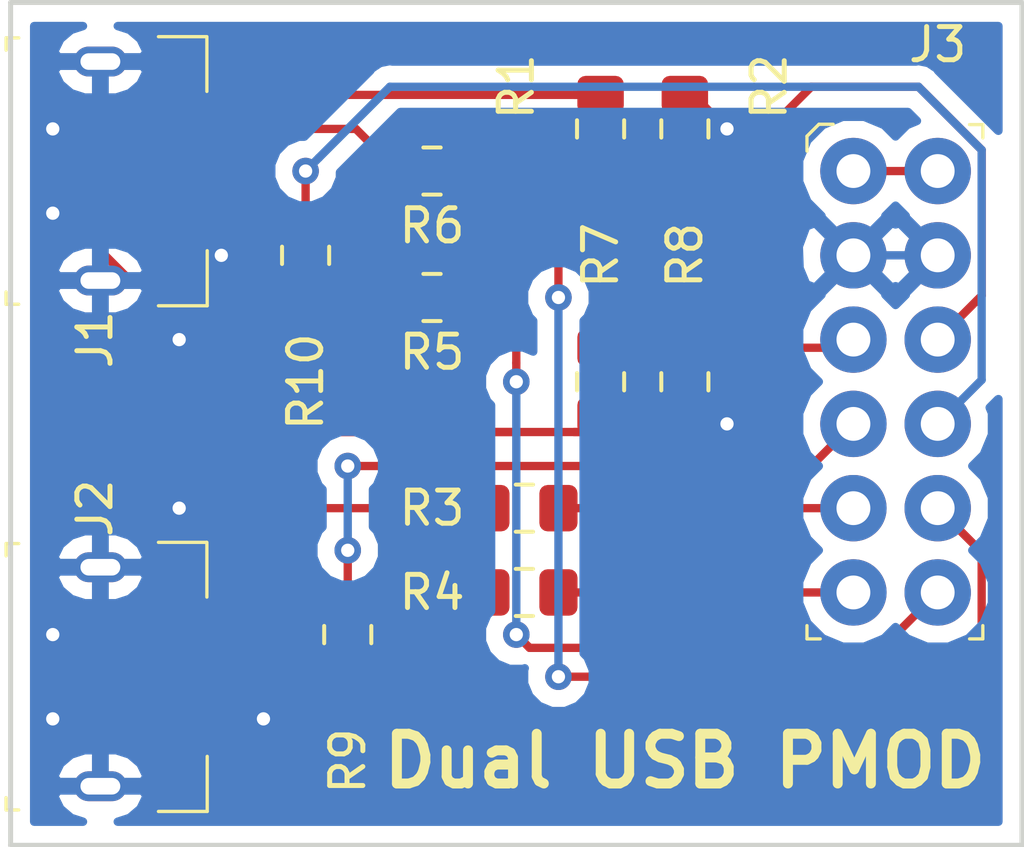
<source format=kicad_pcb>
(kicad_pcb (version 20171130) (host pcbnew 5.0.2-bee76a0~70~ubuntu18.04.1)

  (general
    (thickness 1.6)
    (drawings 5)
    (tracks 146)
    (zones 0)
    (modules 13)
    (nets 19)
  )

  (page A4)
  (layers
    (0 F.Cu signal)
    (31 B.Cu mixed)
    (32 B.Adhes user)
    (33 F.Adhes user)
    (34 B.Paste user)
    (35 F.Paste user)
    (36 B.SilkS user)
    (37 F.SilkS user)
    (38 B.Mask user)
    (39 F.Mask user)
    (44 Edge.Cuts user)
    (45 Margin user)
    (46 B.CrtYd user)
    (47 F.CrtYd user)
    (48 B.Fab user hide)
    (49 F.Fab user hide)
  )

  (setup
    (last_trace_width 0.25)
    (trace_clearance 0.2)
    (zone_clearance 0.508)
    (zone_45_only no)
    (trace_min 0.2)
    (segment_width 0.2)
    (edge_width 0.15)
    (via_size 0.8)
    (via_drill 0.4)
    (via_min_size 0.4)
    (via_min_drill 0.3)
    (uvia_size 0.3)
    (uvia_drill 0.1)
    (uvias_allowed no)
    (uvia_min_size 0.2)
    (uvia_min_drill 0.1)
    (pcb_text_width 0.3)
    (pcb_text_size 1.5 1.5)
    (mod_edge_width 0.15)
    (mod_text_size 1 1)
    (mod_text_width 0.15)
    (pad_size 1.524 1.524)
    (pad_drill 0.762)
    (pad_to_mask_clearance 0.051)
    (solder_mask_min_width 0.25)
    (aux_axis_origin 0 0)
    (visible_elements FFFFFF7F)
    (pcbplotparams
      (layerselection 0x010f0_ffffffff)
      (usegerberextensions false)
      (usegerberattributes false)
      (usegerberadvancedattributes false)
      (creategerberjobfile false)
      (excludeedgelayer true)
      (linewidth 0.100000)
      (plotframeref false)
      (viasonmask false)
      (mode 1)
      (useauxorigin false)
      (hpglpennumber 1)
      (hpglpenspeed 20)
      (hpglpendiameter 15.000000)
      (psnegative false)
      (psa4output false)
      (plotreference true)
      (plotvalue true)
      (plotinvisibletext false)
      (padsonsilk false)
      (subtractmaskfromsilk false)
      (outputformat 1)
      (mirror false)
      (drillshape 0)
      (scaleselection 1)
      (outputdirectory ""))
  )

  (net 0 "")
  (net 1 /VBUS2)
  (net 2 /SENSE2)
  (net 3 GND)
  (net 4 /DN1)
  (net 5 /DN1_R)
  (net 6 /DP1_R)
  (net 7 /DP1)
  (net 8 /DP2)
  (net 9 /DP2_R)
  (net 10 /DN2_R)
  (net 11 /DN2)
  (net 12 /VBUS)
  (net 13 /SENSE1)
  (net 14 /PULLUP1)
  (net 15 /PULLUP2)
  (net 16 "Net-(J1-Pad4)")
  (net 17 "Net-(J2-Pad4)")
  (net 18 +3V3)

  (net_class Default "This is the default net class."
    (clearance 0.2)
    (trace_width 0.25)
    (via_dia 0.8)
    (via_drill 0.4)
    (uvia_dia 0.3)
    (uvia_drill 0.1)
    (add_net +3V3)
    (add_net /DN1)
    (add_net /DN1_R)
    (add_net /DN2)
    (add_net /DN2_R)
    (add_net /DP1)
    (add_net /DP1_R)
    (add_net /DP2)
    (add_net /DP2_R)
    (add_net /PULLUP1)
    (add_net /PULLUP2)
    (add_net /SENSE1)
    (add_net /SENSE2)
    (add_net /VBUS)
    (add_net /VBUS2)
    (add_net GND)
    (add_net "Net-(J1-Pad4)")
    (add_net "Net-(J2-Pad4)")
  )

  (module digikey-footprints:USB_Micro_B_Female_10118193-0001LF (layer F.Cu) (tedit 5BD21A05) (tstamp 5C92B422)
    (at 81.44489 67.31 270)
    (descr http://portal.fciconnect.com/Comergent//fci/drawing/10118193.pdf)
    (path /5C8252B6)
    (fp_text reference J2 (at -5.08 0.16489 270) (layer F.SilkS)
      (effects (font (size 1 1) (thickness 0.15)))
    )
    (fp_text value 10118193-0001LF (at 0 4.5 270) (layer F.Fab)
      (effects (font (size 1 1) (thickness 0.15)))
    )
    (fp_line (start -4.25 -3.75) (end -4.25 3) (layer F.CrtYd) (width 0.05))
    (fp_line (start -4.25 3) (end 4.25 3) (layer F.CrtYd) (width 0.05))
    (fp_line (start -4.25 -3.75) (end 4.25 -3.75) (layer F.CrtYd) (width 0.05))
    (fp_line (start 4.25 -3.75) (end 4.25 3) (layer F.CrtYd) (width 0.05))
    (fp_line (start -3.93 2.75) (end -3.93 -2.34) (layer F.Fab) (width 0.1))
    (fp_line (start 3.93 -2.9) (end -3.37 -2.9) (layer F.Fab) (width 0.1))
    (fp_line (start -3.93 -2.34) (end -3.37 -2.9) (layer F.Fab) (width 0.1))
    (fp_text user %R (at 0.06 1.86 270) (layer F.Fab)
      (effects (font (size 1 1) (thickness 0.15)))
    )
    (fp_line (start -3.93 2.75) (end 3.93 2.75) (layer F.Fab) (width 0.1))
    (fp_line (start 3.93 2.75) (end 3.93 -2.9) (layer F.Fab) (width 0.1))
    (fp_line (start -4.05 -3.2) (end -4.05 -1.75) (layer F.SilkS) (width 0.1))
    (fp_line (start -4.05 -3.21) (end -2.4 -3.21) (layer F.SilkS) (width 0.1))
    (fp_line (start 4.06 -3.22) (end 2.4 -3.22) (layer F.SilkS) (width 0.1))
    (fp_line (start 4.06 -3.22) (end 4.06 -1.75) (layer F.SilkS) (width 0.1))
    (fp_line (start -4.013324 2.46) (end -4.013324 2.84) (layer F.SilkS) (width 0.1))
    (fp_line (start -4.013324 2.84) (end -3.643324 2.84) (layer F.SilkS) (width 0.1))
    (fp_line (start 4.014908 2.841848) (end 3.644908 2.841848) (layer F.SilkS) (width 0.1))
    (fp_line (start 4.014908 2.461848) (end 4.014908 2.841848) (layer F.SilkS) (width 0.1))
    (pad 3 smd rect (at 0 -2.675 270) (size 0.4 1.35) (layers F.Cu F.Paste F.Mask)
      (net 7 /DP1))
    (pad 4 smd rect (at 0.65 -2.675 270) (size 0.4 1.35) (layers F.Cu F.Paste F.Mask)
      (net 17 "Net-(J2-Pad4)"))
    (pad 5 smd rect (at 1.3 -2.675 270) (size 0.4 1.35) (layers F.Cu F.Paste F.Mask)
      (net 3 GND))
    (pad 2 smd rect (at -0.65 -2.675 270) (size 0.4 1.35) (layers F.Cu F.Paste F.Mask)
      (net 4 /DN1))
    (pad 1 smd rect (at -1.3 -2.675 270) (size 0.4 1.35) (layers F.Cu F.Paste F.Mask)
      (net 12 /VBUS))
    (pad SH thru_hole oval (at 3.3 0 270) (size 0.9 1.6) (drill oval 0.5 1.2) (layers *.Cu *.Mask)
      (net 3 GND))
    (pad SH thru_hole oval (at -3.3 0 270) (size 0.9 1.6) (drill oval 0.5 1.2) (layers *.Cu *.Mask)
      (net 3 GND))
    (pad SH smd rect (at -3.2 -2.45 270) (size 1.6 1.4) (layers F.Cu F.Paste F.Mask)
      (net 3 GND))
    (pad SH smd rect (at 3.2 -2.45 270) (size 1.6 1.4) (layers F.Cu F.Paste F.Mask)
      (net 3 GND))
    (pad SH smd rect (at -1.2 0 270) (size 1.9 1.9) (layers F.Cu F.Paste F.Mask)
      (net 3 GND))
    (pad SH smd rect (at 1.2 0 270) (size 1.9 1.9) (layers F.Cu F.Paste F.Mask)
      (net 3 GND))
  )

  (module Resistor_SMD:R_0805_2012Metric_Pad1.15x1.40mm_HandSolder (layer F.Cu) (tedit 5B36C52B) (tstamp 5C92AED6)
    (at 96.52 50.8 270)
    (descr "Resistor SMD 0805 (2012 Metric), square (rectangular) end terminal, IPC_7351 nominal with elongated pad for handsoldering. (Body size source: https://docs.google.com/spreadsheets/d/1BsfQQcO9C6DZCsRaXUlFlo91Tg2WpOkGARC1WS5S8t0/edit?usp=sharing), generated with kicad-footprint-generator")
    (tags "resistor handsolder")
    (path /5C84B0B0)
    (attr smd)
    (fp_text reference R1 (at -1.27 2.54 270) (layer F.SilkS)
      (effects (font (size 1 1) (thickness 0.15)))
    )
    (fp_text value 5k1 (at 0 1.65 270) (layer F.Fab)
      (effects (font (size 1 1) (thickness 0.15)))
    )
    (fp_line (start -1 0.6) (end -1 -0.6) (layer F.Fab) (width 0.1))
    (fp_line (start -1 -0.6) (end 1 -0.6) (layer F.Fab) (width 0.1))
    (fp_line (start 1 -0.6) (end 1 0.6) (layer F.Fab) (width 0.1))
    (fp_line (start 1 0.6) (end -1 0.6) (layer F.Fab) (width 0.1))
    (fp_line (start -0.261252 -0.71) (end 0.261252 -0.71) (layer F.SilkS) (width 0.12))
    (fp_line (start -0.261252 0.71) (end 0.261252 0.71) (layer F.SilkS) (width 0.12))
    (fp_line (start -1.85 0.95) (end -1.85 -0.95) (layer F.CrtYd) (width 0.05))
    (fp_line (start -1.85 -0.95) (end 1.85 -0.95) (layer F.CrtYd) (width 0.05))
    (fp_line (start 1.85 -0.95) (end 1.85 0.95) (layer F.CrtYd) (width 0.05))
    (fp_line (start 1.85 0.95) (end -1.85 0.95) (layer F.CrtYd) (width 0.05))
    (fp_text user %R (at 0 0 270) (layer F.Fab)
      (effects (font (size 0.5 0.5) (thickness 0.08)))
    )
    (pad 1 smd roundrect (at -1.025 0 270) (size 1.15 1.4) (layers F.Cu F.Paste F.Mask) (roundrect_rratio 0.217391)
      (net 1 /VBUS2))
    (pad 2 smd roundrect (at 1.025 0 270) (size 1.15 1.4) (layers F.Cu F.Paste F.Mask) (roundrect_rratio 0.217391)
      (net 2 /SENSE2))
    (model ${KISYS3DMOD}/Resistor_SMD.3dshapes/R_0805_2012Metric.wrl
      (at (xyz 0 0 0))
      (scale (xyz 1 1 1))
      (rotate (xyz 0 0 0))
    )
  )

  (module Resistor_SMD:R_0805_2012Metric_Pad1.15x1.40mm_HandSolder (layer F.Cu) (tedit 5B36C52B) (tstamp 5C92AEE7)
    (at 99.06 50.8 90)
    (descr "Resistor SMD 0805 (2012 Metric), square (rectangular) end terminal, IPC_7351 nominal with elongated pad for handsoldering. (Body size source: https://docs.google.com/spreadsheets/d/1BsfQQcO9C6DZCsRaXUlFlo91Tg2WpOkGARC1WS5S8t0/edit?usp=sharing), generated with kicad-footprint-generator")
    (tags "resistor handsolder")
    (path /5C84B0B7)
    (attr smd)
    (fp_text reference R2 (at 1.27 2.54 90) (layer F.SilkS)
      (effects (font (size 1 1) (thickness 0.15)))
    )
    (fp_text value 5k1 (at 0 1.65 90) (layer F.Fab)
      (effects (font (size 1 1) (thickness 0.15)))
    )
    (fp_text user %R (at 0 0 90) (layer F.Fab)
      (effects (font (size 0.5 0.5) (thickness 0.08)))
    )
    (fp_line (start 1.85 0.95) (end -1.85 0.95) (layer F.CrtYd) (width 0.05))
    (fp_line (start 1.85 -0.95) (end 1.85 0.95) (layer F.CrtYd) (width 0.05))
    (fp_line (start -1.85 -0.95) (end 1.85 -0.95) (layer F.CrtYd) (width 0.05))
    (fp_line (start -1.85 0.95) (end -1.85 -0.95) (layer F.CrtYd) (width 0.05))
    (fp_line (start -0.261252 0.71) (end 0.261252 0.71) (layer F.SilkS) (width 0.12))
    (fp_line (start -0.261252 -0.71) (end 0.261252 -0.71) (layer F.SilkS) (width 0.12))
    (fp_line (start 1 0.6) (end -1 0.6) (layer F.Fab) (width 0.1))
    (fp_line (start 1 -0.6) (end 1 0.6) (layer F.Fab) (width 0.1))
    (fp_line (start -1 -0.6) (end 1 -0.6) (layer F.Fab) (width 0.1))
    (fp_line (start -1 0.6) (end -1 -0.6) (layer F.Fab) (width 0.1))
    (pad 2 smd roundrect (at 1.025 0 90) (size 1.15 1.4) (layers F.Cu F.Paste F.Mask) (roundrect_rratio 0.217391)
      (net 3 GND))
    (pad 1 smd roundrect (at -1.025 0 90) (size 1.15 1.4) (layers F.Cu F.Paste F.Mask) (roundrect_rratio 0.217391)
      (net 2 /SENSE2))
    (model ${KISYS3DMOD}/Resistor_SMD.3dshapes/R_0805_2012Metric.wrl
      (at (xyz 0 0 0))
      (scale (xyz 1 1 1))
      (rotate (xyz 0 0 0))
    )
  )

  (module Resistor_SMD:R_0805_2012Metric_Pad1.15x1.40mm_HandSolder (layer F.Cu) (tedit 5B36C52B) (tstamp 5C92AEF8)
    (at 94.225 62.23 180)
    (descr "Resistor SMD 0805 (2012 Metric), square (rectangular) end terminal, IPC_7351 nominal with elongated pad for handsoldering. (Body size source: https://docs.google.com/spreadsheets/d/1BsfQQcO9C6DZCsRaXUlFlo91Tg2WpOkGARC1WS5S8t0/edit?usp=sharing), generated with kicad-footprint-generator")
    (tags "resistor handsolder")
    (path /5C7E6727)
    (attr smd)
    (fp_text reference R3 (at 2.785 0 180) (layer F.SilkS)
      (effects (font (size 1 1) (thickness 0.15)))
    )
    (fp_text value 22R (at 0 1.65 180) (layer F.Fab)
      (effects (font (size 1 1) (thickness 0.15)))
    )
    (fp_text user %R (at 0 0 180) (layer F.Fab)
      (effects (font (size 0.5 0.5) (thickness 0.08)))
    )
    (fp_line (start 1.85 0.95) (end -1.85 0.95) (layer F.CrtYd) (width 0.05))
    (fp_line (start 1.85 -0.95) (end 1.85 0.95) (layer F.CrtYd) (width 0.05))
    (fp_line (start -1.85 -0.95) (end 1.85 -0.95) (layer F.CrtYd) (width 0.05))
    (fp_line (start -1.85 0.95) (end -1.85 -0.95) (layer F.CrtYd) (width 0.05))
    (fp_line (start -0.261252 0.71) (end 0.261252 0.71) (layer F.SilkS) (width 0.12))
    (fp_line (start -0.261252 -0.71) (end 0.261252 -0.71) (layer F.SilkS) (width 0.12))
    (fp_line (start 1 0.6) (end -1 0.6) (layer F.Fab) (width 0.1))
    (fp_line (start 1 -0.6) (end 1 0.6) (layer F.Fab) (width 0.1))
    (fp_line (start -1 -0.6) (end 1 -0.6) (layer F.Fab) (width 0.1))
    (fp_line (start -1 0.6) (end -1 -0.6) (layer F.Fab) (width 0.1))
    (pad 2 smd roundrect (at 1.025 0 180) (size 1.15 1.4) (layers F.Cu F.Paste F.Mask) (roundrect_rratio 0.217391)
      (net 4 /DN1))
    (pad 1 smd roundrect (at -1.025 0 180) (size 1.15 1.4) (layers F.Cu F.Paste F.Mask) (roundrect_rratio 0.217391)
      (net 5 /DN1_R))
    (model ${KISYS3DMOD}/Resistor_SMD.3dshapes/R_0805_2012Metric.wrl
      (at (xyz 0 0 0))
      (scale (xyz 1 1 1))
      (rotate (xyz 0 0 0))
    )
  )

  (module Resistor_SMD:R_0805_2012Metric_Pad1.15x1.40mm_HandSolder (layer F.Cu) (tedit 5B36C52B) (tstamp 5C92AF09)
    (at 94.225 64.77 180)
    (descr "Resistor SMD 0805 (2012 Metric), square (rectangular) end terminal, IPC_7351 nominal with elongated pad for handsoldering. (Body size source: https://docs.google.com/spreadsheets/d/1BsfQQcO9C6DZCsRaXUlFlo91Tg2WpOkGARC1WS5S8t0/edit?usp=sharing), generated with kicad-footprint-generator")
    (tags "resistor handsolder")
    (path /5C7E65B5)
    (attr smd)
    (fp_text reference R4 (at 2.785 0 180) (layer F.SilkS)
      (effects (font (size 1 1) (thickness 0.15)))
    )
    (fp_text value 22R (at 0 1.65 180) (layer F.Fab)
      (effects (font (size 1 1) (thickness 0.15)))
    )
    (fp_line (start -1 0.6) (end -1 -0.6) (layer F.Fab) (width 0.1))
    (fp_line (start -1 -0.6) (end 1 -0.6) (layer F.Fab) (width 0.1))
    (fp_line (start 1 -0.6) (end 1 0.6) (layer F.Fab) (width 0.1))
    (fp_line (start 1 0.6) (end -1 0.6) (layer F.Fab) (width 0.1))
    (fp_line (start -0.261252 -0.71) (end 0.261252 -0.71) (layer F.SilkS) (width 0.12))
    (fp_line (start -0.261252 0.71) (end 0.261252 0.71) (layer F.SilkS) (width 0.12))
    (fp_line (start -1.85 0.95) (end -1.85 -0.95) (layer F.CrtYd) (width 0.05))
    (fp_line (start -1.85 -0.95) (end 1.85 -0.95) (layer F.CrtYd) (width 0.05))
    (fp_line (start 1.85 -0.95) (end 1.85 0.95) (layer F.CrtYd) (width 0.05))
    (fp_line (start 1.85 0.95) (end -1.85 0.95) (layer F.CrtYd) (width 0.05))
    (fp_text user %R (at 0 0 180) (layer F.Fab)
      (effects (font (size 0.5 0.5) (thickness 0.08)))
    )
    (pad 1 smd roundrect (at -1.025 0 180) (size 1.15 1.4) (layers F.Cu F.Paste F.Mask) (roundrect_rratio 0.217391)
      (net 6 /DP1_R))
    (pad 2 smd roundrect (at 1.025 0 180) (size 1.15 1.4) (layers F.Cu F.Paste F.Mask) (roundrect_rratio 0.217391)
      (net 7 /DP1))
    (model ${KISYS3DMOD}/Resistor_SMD.3dshapes/R_0805_2012Metric.wrl
      (at (xyz 0 0 0))
      (scale (xyz 1 1 1))
      (rotate (xyz 0 0 0))
    )
  )

  (module Resistor_SMD:R_0805_2012Metric_Pad1.15x1.40mm_HandSolder (layer F.Cu) (tedit 5B36C52B) (tstamp 5C92AF1A)
    (at 91.44 55.88 180)
    (descr "Resistor SMD 0805 (2012 Metric), square (rectangular) end terminal, IPC_7351 nominal with elongated pad for handsoldering. (Body size source: https://docs.google.com/spreadsheets/d/1BsfQQcO9C6DZCsRaXUlFlo91Tg2WpOkGARC1WS5S8t0/edit?usp=sharing), generated with kicad-footprint-generator")
    (tags "resistor handsolder")
    (path /5C7E7B21)
    (attr smd)
    (fp_text reference R5 (at 0 -1.65 180) (layer F.SilkS)
      (effects (font (size 1 1) (thickness 0.15)))
    )
    (fp_text value 22R (at 0 1.65 180) (layer F.Fab)
      (effects (font (size 1 1) (thickness 0.15)))
    )
    (fp_text user %R (at 0 0 180) (layer F.Fab)
      (effects (font (size 0.5 0.5) (thickness 0.08)))
    )
    (fp_line (start 1.85 0.95) (end -1.85 0.95) (layer F.CrtYd) (width 0.05))
    (fp_line (start 1.85 -0.95) (end 1.85 0.95) (layer F.CrtYd) (width 0.05))
    (fp_line (start -1.85 -0.95) (end 1.85 -0.95) (layer F.CrtYd) (width 0.05))
    (fp_line (start -1.85 0.95) (end -1.85 -0.95) (layer F.CrtYd) (width 0.05))
    (fp_line (start -0.261252 0.71) (end 0.261252 0.71) (layer F.SilkS) (width 0.12))
    (fp_line (start -0.261252 -0.71) (end 0.261252 -0.71) (layer F.SilkS) (width 0.12))
    (fp_line (start 1 0.6) (end -1 0.6) (layer F.Fab) (width 0.1))
    (fp_line (start 1 -0.6) (end 1 0.6) (layer F.Fab) (width 0.1))
    (fp_line (start -1 -0.6) (end 1 -0.6) (layer F.Fab) (width 0.1))
    (fp_line (start -1 0.6) (end -1 -0.6) (layer F.Fab) (width 0.1))
    (pad 2 smd roundrect (at 1.025 0 180) (size 1.15 1.4) (layers F.Cu F.Paste F.Mask) (roundrect_rratio 0.217391)
      (net 8 /DP2))
    (pad 1 smd roundrect (at -1.025 0 180) (size 1.15 1.4) (layers F.Cu F.Paste F.Mask) (roundrect_rratio 0.217391)
      (net 9 /DP2_R))
    (model ${KISYS3DMOD}/Resistor_SMD.3dshapes/R_0805_2012Metric.wrl
      (at (xyz 0 0 0))
      (scale (xyz 1 1 1))
      (rotate (xyz 0 0 0))
    )
  )

  (module Resistor_SMD:R_0805_2012Metric_Pad1.15x1.40mm_HandSolder (layer F.Cu) (tedit 5B36C52B) (tstamp 5C92AF2B)
    (at 91.44 52.07 180)
    (descr "Resistor SMD 0805 (2012 Metric), square (rectangular) end terminal, IPC_7351 nominal with elongated pad for handsoldering. (Body size source: https://docs.google.com/spreadsheets/d/1BsfQQcO9C6DZCsRaXUlFlo91Tg2WpOkGARC1WS5S8t0/edit?usp=sharing), generated with kicad-footprint-generator")
    (tags "resistor handsolder")
    (path /5C7E7B28)
    (attr smd)
    (fp_text reference R6 (at 0 -1.65 180) (layer F.SilkS)
      (effects (font (size 1 1) (thickness 0.15)))
    )
    (fp_text value 22R (at 0 1.65 180) (layer F.Fab)
      (effects (font (size 1 1) (thickness 0.15)))
    )
    (fp_line (start -1 0.6) (end -1 -0.6) (layer F.Fab) (width 0.1))
    (fp_line (start -1 -0.6) (end 1 -0.6) (layer F.Fab) (width 0.1))
    (fp_line (start 1 -0.6) (end 1 0.6) (layer F.Fab) (width 0.1))
    (fp_line (start 1 0.6) (end -1 0.6) (layer F.Fab) (width 0.1))
    (fp_line (start -0.261252 -0.71) (end 0.261252 -0.71) (layer F.SilkS) (width 0.12))
    (fp_line (start -0.261252 0.71) (end 0.261252 0.71) (layer F.SilkS) (width 0.12))
    (fp_line (start -1.85 0.95) (end -1.85 -0.95) (layer F.CrtYd) (width 0.05))
    (fp_line (start -1.85 -0.95) (end 1.85 -0.95) (layer F.CrtYd) (width 0.05))
    (fp_line (start 1.85 -0.95) (end 1.85 0.95) (layer F.CrtYd) (width 0.05))
    (fp_line (start 1.85 0.95) (end -1.85 0.95) (layer F.CrtYd) (width 0.05))
    (fp_text user %R (at 0 0 180) (layer F.Fab)
      (effects (font (size 0.5 0.5) (thickness 0.08)))
    )
    (pad 1 smd roundrect (at -1.025 0 180) (size 1.15 1.4) (layers F.Cu F.Paste F.Mask) (roundrect_rratio 0.217391)
      (net 10 /DN2_R))
    (pad 2 smd roundrect (at 1.025 0 180) (size 1.15 1.4) (layers F.Cu F.Paste F.Mask) (roundrect_rratio 0.217391)
      (net 11 /DN2))
    (model ${KISYS3DMOD}/Resistor_SMD.3dshapes/R_0805_2012Metric.wrl
      (at (xyz 0 0 0))
      (scale (xyz 1 1 1))
      (rotate (xyz 0 0 0))
    )
  )

  (module Resistor_SMD:R_0805_2012Metric_Pad1.15x1.40mm_HandSolder (layer F.Cu) (tedit 5B36C52B) (tstamp 5C92AF3C)
    (at 96.52 58.42 90)
    (descr "Resistor SMD 0805 (2012 Metric), square (rectangular) end terminal, IPC_7351 nominal with elongated pad for handsoldering. (Body size source: https://docs.google.com/spreadsheets/d/1BsfQQcO9C6DZCsRaXUlFlo91Tg2WpOkGARC1WS5S8t0/edit?usp=sharing), generated with kicad-footprint-generator")
    (tags "resistor handsolder")
    (path /5C7F09F9)
    (attr smd)
    (fp_text reference R7 (at 3.81 0 90) (layer F.SilkS)
      (effects (font (size 1 1) (thickness 0.15)))
    )
    (fp_text value 5k1 (at 0 1.65 90) (layer F.Fab)
      (effects (font (size 1 1) (thickness 0.15)))
    )
    (fp_line (start -1 0.6) (end -1 -0.6) (layer F.Fab) (width 0.1))
    (fp_line (start -1 -0.6) (end 1 -0.6) (layer F.Fab) (width 0.1))
    (fp_line (start 1 -0.6) (end 1 0.6) (layer F.Fab) (width 0.1))
    (fp_line (start 1 0.6) (end -1 0.6) (layer F.Fab) (width 0.1))
    (fp_line (start -0.261252 -0.71) (end 0.261252 -0.71) (layer F.SilkS) (width 0.12))
    (fp_line (start -0.261252 0.71) (end 0.261252 0.71) (layer F.SilkS) (width 0.12))
    (fp_line (start -1.85 0.95) (end -1.85 -0.95) (layer F.CrtYd) (width 0.05))
    (fp_line (start -1.85 -0.95) (end 1.85 -0.95) (layer F.CrtYd) (width 0.05))
    (fp_line (start 1.85 -0.95) (end 1.85 0.95) (layer F.CrtYd) (width 0.05))
    (fp_line (start 1.85 0.95) (end -1.85 0.95) (layer F.CrtYd) (width 0.05))
    (fp_text user %R (at 0 0 90) (layer F.Fab)
      (effects (font (size 0.5 0.5) (thickness 0.08)))
    )
    (pad 1 smd roundrect (at -1.025 0 90) (size 1.15 1.4) (layers F.Cu F.Paste F.Mask) (roundrect_rratio 0.217391)
      (net 12 /VBUS))
    (pad 2 smd roundrect (at 1.025 0 90) (size 1.15 1.4) (layers F.Cu F.Paste F.Mask) (roundrect_rratio 0.217391)
      (net 13 /SENSE1))
    (model ${KISYS3DMOD}/Resistor_SMD.3dshapes/R_0805_2012Metric.wrl
      (at (xyz 0 0 0))
      (scale (xyz 1 1 1))
      (rotate (xyz 0 0 0))
    )
  )

  (module Resistor_SMD:R_0805_2012Metric_Pad1.15x1.40mm_HandSolder (layer F.Cu) (tedit 5B36C52B) (tstamp 5C92AF4D)
    (at 99.06 58.42 270)
    (descr "Resistor SMD 0805 (2012 Metric), square (rectangular) end terminal, IPC_7351 nominal with elongated pad for handsoldering. (Body size source: https://docs.google.com/spreadsheets/d/1BsfQQcO9C6DZCsRaXUlFlo91Tg2WpOkGARC1WS5S8t0/edit?usp=sharing), generated with kicad-footprint-generator")
    (tags "resistor handsolder")
    (path /5C7F0A6A)
    (attr smd)
    (fp_text reference R8 (at -3.81 0 270) (layer F.SilkS)
      (effects (font (size 1 1) (thickness 0.15)))
    )
    (fp_text value 5k1 (at 0 1.65 270) (layer F.Fab)
      (effects (font (size 1 1) (thickness 0.15)))
    )
    (fp_text user %R (at 0 0 270) (layer F.Fab)
      (effects (font (size 0.5 0.5) (thickness 0.08)))
    )
    (fp_line (start 1.85 0.95) (end -1.85 0.95) (layer F.CrtYd) (width 0.05))
    (fp_line (start 1.85 -0.95) (end 1.85 0.95) (layer F.CrtYd) (width 0.05))
    (fp_line (start -1.85 -0.95) (end 1.85 -0.95) (layer F.CrtYd) (width 0.05))
    (fp_line (start -1.85 0.95) (end -1.85 -0.95) (layer F.CrtYd) (width 0.05))
    (fp_line (start -0.261252 0.71) (end 0.261252 0.71) (layer F.SilkS) (width 0.12))
    (fp_line (start -0.261252 -0.71) (end 0.261252 -0.71) (layer F.SilkS) (width 0.12))
    (fp_line (start 1 0.6) (end -1 0.6) (layer F.Fab) (width 0.1))
    (fp_line (start 1 -0.6) (end 1 0.6) (layer F.Fab) (width 0.1))
    (fp_line (start -1 -0.6) (end 1 -0.6) (layer F.Fab) (width 0.1))
    (fp_line (start -1 0.6) (end -1 -0.6) (layer F.Fab) (width 0.1))
    (pad 2 smd roundrect (at 1.025 0 270) (size 1.15 1.4) (layers F.Cu F.Paste F.Mask) (roundrect_rratio 0.217391)
      (net 3 GND))
    (pad 1 smd roundrect (at -1.025 0 270) (size 1.15 1.4) (layers F.Cu F.Paste F.Mask) (roundrect_rratio 0.217391)
      (net 13 /SENSE1))
    (model ${KISYS3DMOD}/Resistor_SMD.3dshapes/R_0805_2012Metric.wrl
      (at (xyz 0 0 0))
      (scale (xyz 1 1 1))
      (rotate (xyz 0 0 0))
    )
  )

  (module Resistor_SMD:R_0805_2012Metric_Pad1.15x1.40mm_HandSolder (layer F.Cu) (tedit 5B36C52B) (tstamp 5C92AF5E)
    (at 88.9 66.04 270)
    (descr "Resistor SMD 0805 (2012 Metric), square (rectangular) end terminal, IPC_7351 nominal with elongated pad for handsoldering. (Body size source: https://docs.google.com/spreadsheets/d/1BsfQQcO9C6DZCsRaXUlFlo91Tg2WpOkGARC1WS5S8t0/edit?usp=sharing), generated with kicad-footprint-generator")
    (tags "resistor handsolder")
    (path /5C7E74B9)
    (attr smd)
    (fp_text reference R9 (at 3.81 0 270) (layer F.SilkS)
      (effects (font (size 1 1) (thickness 0.15)))
    )
    (fp_text value 1k5 (at 0 1.65 270) (layer F.Fab)
      (effects (font (size 1 1) (thickness 0.15)))
    )
    (fp_line (start -1 0.6) (end -1 -0.6) (layer F.Fab) (width 0.1))
    (fp_line (start -1 -0.6) (end 1 -0.6) (layer F.Fab) (width 0.1))
    (fp_line (start 1 -0.6) (end 1 0.6) (layer F.Fab) (width 0.1))
    (fp_line (start 1 0.6) (end -1 0.6) (layer F.Fab) (width 0.1))
    (fp_line (start -0.261252 -0.71) (end 0.261252 -0.71) (layer F.SilkS) (width 0.12))
    (fp_line (start -0.261252 0.71) (end 0.261252 0.71) (layer F.SilkS) (width 0.12))
    (fp_line (start -1.85 0.95) (end -1.85 -0.95) (layer F.CrtYd) (width 0.05))
    (fp_line (start -1.85 -0.95) (end 1.85 -0.95) (layer F.CrtYd) (width 0.05))
    (fp_line (start 1.85 -0.95) (end 1.85 0.95) (layer F.CrtYd) (width 0.05))
    (fp_line (start 1.85 0.95) (end -1.85 0.95) (layer F.CrtYd) (width 0.05))
    (fp_text user %R (at 0 0 270) (layer F.Fab)
      (effects (font (size 0.5 0.5) (thickness 0.08)))
    )
    (pad 1 smd roundrect (at -1.025 0 270) (size 1.15 1.4) (layers F.Cu F.Paste F.Mask) (roundrect_rratio 0.217391)
      (net 14 /PULLUP1))
    (pad 2 smd roundrect (at 1.025 0 270) (size 1.15 1.4) (layers F.Cu F.Paste F.Mask) (roundrect_rratio 0.217391)
      (net 7 /DP1))
    (model ${KISYS3DMOD}/Resistor_SMD.3dshapes/R_0805_2012Metric.wrl
      (at (xyz 0 0 0))
      (scale (xyz 1 1 1))
      (rotate (xyz 0 0 0))
    )
  )

  (module Resistor_SMD:R_0805_2012Metric_Pad1.15x1.40mm_HandSolder (layer F.Cu) (tedit 5B36C52B) (tstamp 5C92AF6F)
    (at 87.63 54.61 270)
    (descr "Resistor SMD 0805 (2012 Metric), square (rectangular) end terminal, IPC_7351 nominal with elongated pad for handsoldering. (Body size source: https://docs.google.com/spreadsheets/d/1BsfQQcO9C6DZCsRaXUlFlo91Tg2WpOkGARC1WS5S8t0/edit?usp=sharing), generated with kicad-footprint-generator")
    (tags "resistor handsolder")
    (path /5C7E88E5)
    (attr smd)
    (fp_text reference R10 (at 3.81 0 270) (layer F.SilkS)
      (effects (font (size 1 1) (thickness 0.15)))
    )
    (fp_text value 1k5 (at 0 1.65 270) (layer F.Fab)
      (effects (font (size 1 1) (thickness 0.15)))
    )
    (fp_text user %R (at 0 0 270) (layer F.Fab)
      (effects (font (size 0.5 0.5) (thickness 0.08)))
    )
    (fp_line (start 1.85 0.95) (end -1.85 0.95) (layer F.CrtYd) (width 0.05))
    (fp_line (start 1.85 -0.95) (end 1.85 0.95) (layer F.CrtYd) (width 0.05))
    (fp_line (start -1.85 -0.95) (end 1.85 -0.95) (layer F.CrtYd) (width 0.05))
    (fp_line (start -1.85 0.95) (end -1.85 -0.95) (layer F.CrtYd) (width 0.05))
    (fp_line (start -0.261252 0.71) (end 0.261252 0.71) (layer F.SilkS) (width 0.12))
    (fp_line (start -0.261252 -0.71) (end 0.261252 -0.71) (layer F.SilkS) (width 0.12))
    (fp_line (start 1 0.6) (end -1 0.6) (layer F.Fab) (width 0.1))
    (fp_line (start 1 -0.6) (end 1 0.6) (layer F.Fab) (width 0.1))
    (fp_line (start -1 -0.6) (end 1 -0.6) (layer F.Fab) (width 0.1))
    (fp_line (start -1 0.6) (end -1 -0.6) (layer F.Fab) (width 0.1))
    (pad 2 smd roundrect (at 1.025 0 270) (size 1.15 1.4) (layers F.Cu F.Paste F.Mask) (roundrect_rratio 0.217391)
      (net 8 /DP2))
    (pad 1 smd roundrect (at -1.025 0 270) (size 1.15 1.4) (layers F.Cu F.Paste F.Mask) (roundrect_rratio 0.217391)
      (net 15 /PULLUP2))
    (model ${KISYS3DMOD}/Resistor_SMD.3dshapes/R_0805_2012Metric.wrl
      (at (xyz 0 0 0))
      (scale (xyz 1 1 1))
      (rotate (xyz 0 0 0))
    )
  )

  (module digikey-footprints:USB_Micro_B_Female_10118193-0001LF (layer F.Cu) (tedit 5BD21A05) (tstamp 5C92B401)
    (at 81.44489 52.07 270)
    (descr http://portal.fciconnect.com/Comergent//fci/drawing/10118193.pdf)
    (path /5C830207)
    (fp_text reference J1 (at 5.08 0.16489 270) (layer F.SilkS)
      (effects (font (size 1 1) (thickness 0.15)))
    )
    (fp_text value 10118193-0001LF (at 0 4.5 270) (layer F.Fab)
      (effects (font (size 1 1) (thickness 0.15)))
    )
    (fp_line (start 4.014908 2.461848) (end 4.014908 2.841848) (layer F.SilkS) (width 0.1))
    (fp_line (start 4.014908 2.841848) (end 3.644908 2.841848) (layer F.SilkS) (width 0.1))
    (fp_line (start -4.013324 2.84) (end -3.643324 2.84) (layer F.SilkS) (width 0.1))
    (fp_line (start -4.013324 2.46) (end -4.013324 2.84) (layer F.SilkS) (width 0.1))
    (fp_line (start 4.06 -3.22) (end 4.06 -1.75) (layer F.SilkS) (width 0.1))
    (fp_line (start 4.06 -3.22) (end 2.4 -3.22) (layer F.SilkS) (width 0.1))
    (fp_line (start -4.05 -3.21) (end -2.4 -3.21) (layer F.SilkS) (width 0.1))
    (fp_line (start -4.05 -3.2) (end -4.05 -1.75) (layer F.SilkS) (width 0.1))
    (fp_line (start 3.93 2.75) (end 3.93 -2.9) (layer F.Fab) (width 0.1))
    (fp_line (start -3.93 2.75) (end 3.93 2.75) (layer F.Fab) (width 0.1))
    (fp_text user %R (at 0.06 1.86 270) (layer F.Fab)
      (effects (font (size 1 1) (thickness 0.15)))
    )
    (fp_line (start -3.93 -2.34) (end -3.37 -2.9) (layer F.Fab) (width 0.1))
    (fp_line (start 3.93 -2.9) (end -3.37 -2.9) (layer F.Fab) (width 0.1))
    (fp_line (start -3.93 2.75) (end -3.93 -2.34) (layer F.Fab) (width 0.1))
    (fp_line (start 4.25 -3.75) (end 4.25 3) (layer F.CrtYd) (width 0.05))
    (fp_line (start -4.25 -3.75) (end 4.25 -3.75) (layer F.CrtYd) (width 0.05))
    (fp_line (start -4.25 3) (end 4.25 3) (layer F.CrtYd) (width 0.05))
    (fp_line (start -4.25 -3.75) (end -4.25 3) (layer F.CrtYd) (width 0.05))
    (pad SH smd rect (at 1.2 0 270) (size 1.9 1.9) (layers F.Cu F.Paste F.Mask)
      (net 3 GND))
    (pad SH smd rect (at -1.2 0 270) (size 1.9 1.9) (layers F.Cu F.Paste F.Mask)
      (net 3 GND))
    (pad SH smd rect (at 3.2 -2.45 270) (size 1.6 1.4) (layers F.Cu F.Paste F.Mask)
      (net 3 GND))
    (pad SH smd rect (at -3.2 -2.45 270) (size 1.6 1.4) (layers F.Cu F.Paste F.Mask)
      (net 3 GND))
    (pad SH thru_hole oval (at -3.3 0 270) (size 0.9 1.6) (drill oval 0.5 1.2) (layers *.Cu *.Mask)
      (net 3 GND))
    (pad SH thru_hole oval (at 3.3 0 270) (size 0.9 1.6) (drill oval 0.5 1.2) (layers *.Cu *.Mask)
      (net 3 GND))
    (pad 1 smd rect (at -1.3 -2.675 270) (size 0.4 1.35) (layers F.Cu F.Paste F.Mask)
      (net 1 /VBUS2))
    (pad 2 smd rect (at -0.65 -2.675 270) (size 0.4 1.35) (layers F.Cu F.Paste F.Mask)
      (net 11 /DN2))
    (pad 5 smd rect (at 1.3 -2.675 270) (size 0.4 1.35) (layers F.Cu F.Paste F.Mask)
      (net 3 GND))
    (pad 4 smd rect (at 0.65 -2.675 270) (size 0.4 1.35) (layers F.Cu F.Paste F.Mask)
      (net 16 "Net-(J1-Pad4)"))
    (pad 3 smd rect (at 0 -2.675 270) (size 0.4 1.35) (layers F.Cu F.Paste F.Mask)
      (net 8 /DP2))
  )

  (module digikey-footprints:PinHeader_6x2_P2.54mm_Horizontal (layer F.Cu) (tedit 5B18017E) (tstamp 5C92B444)
    (at 104.14 52.07)
    (descr http://portal.fciconnect.com/Comergent//fci/drawing/68020.pdf)
    (path /5C7E600E)
    (fp_text reference J3 (at 2.54 -3.81) (layer F.SilkS)
      (effects (font (size 1 1) (thickness 0.15)))
    )
    (fp_text value 68021-412HLF (at 1.6 15.8) (layer F.Fab)
      (effects (font (size 1 1) (thickness 0.15)))
    )
    (fp_line (start -1.4 -1.05) (end -1.04 -1.41) (layer F.SilkS) (width 0.1))
    (fp_line (start -1.27 -1) (end -1 -1.27) (layer F.Fab) (width 0.1))
    (fp_line (start -1.52 -1.52) (end 4.06 -1.52) (layer F.CrtYd) (width 0.05))
    (fp_line (start -1.52 14.22) (end 4.06 14.22) (layer F.CrtYd) (width 0.05))
    (fp_line (start -1.52 14.22) (end -1.52 -1.52) (layer F.CrtYd) (width 0.05))
    (fp_line (start 4.06 14.22) (end 4.06 -1.52) (layer F.CrtYd) (width 0.05))
    (fp_line (start 3.9 14.1) (end 3.9 13.7) (layer F.SilkS) (width 0.1))
    (fp_line (start 3.9 14.1) (end 3.5 14.1) (layer F.SilkS) (width 0.1))
    (fp_line (start -1.4 14.1) (end -1 14.1) (layer F.SilkS) (width 0.1))
    (fp_line (start -1.4 14.1) (end -1.4 13.7) (layer F.SilkS) (width 0.1))
    (fp_line (start -1.4 -1.05) (end -1.4 -0.6) (layer F.SilkS) (width 0.1))
    (fp_line (start -1.04 -1.41) (end -0.61 -1.41) (layer F.SilkS) (width 0.1))
    (fp_line (start 3.9 -1.4) (end 3.9 -1) (layer F.SilkS) (width 0.1))
    (fp_line (start 3.9 -1.4) (end 3.5 -1.4) (layer F.SilkS) (width 0.1))
    (fp_line (start 3.81 -1.27) (end 3.81 13.97) (layer F.Fab) (width 0.1))
    (fp_line (start -1.27 -1) (end -1.27 13.97) (layer F.Fab) (width 0.1))
    (fp_line (start -1.27 13.97) (end 3.81 13.97) (layer F.Fab) (width 0.1))
    (fp_line (start -1 -1.27) (end 3.81 -1.27) (layer F.Fab) (width 0.1))
    (pad 1 thru_hole circle (at 0 0) (size 2 2) (drill 1.02) (layers *.Cu *.Mask)
      (net 18 +3V3))
    (pad 3 thru_hole circle (at 0 2.54) (size 2 2) (drill 1.02) (layers *.Cu *.Mask)
      (net 3 GND))
    (pad 5 thru_hole circle (at 0 5.08) (size 2 2) (drill 1.02) (layers *.Cu *.Mask)
      (net 13 /SENSE1))
    (pad 7 thru_hole circle (at 0 7.62) (size 2 2) (drill 1.02) (layers *.Cu *.Mask)
      (net 14 /PULLUP1))
    (pad 9 thru_hole circle (at 0 10.16) (size 2 2) (drill 1.02) (layers *.Cu *.Mask)
      (net 5 /DN1_R))
    (pad 11 thru_hole circle (at 0 12.7) (size 2 2) (drill 1.02) (layers *.Cu *.Mask)
      (net 6 /DP1_R))
    (pad 12 thru_hole circle (at 2.54 12.7) (size 2 2) (drill 1.02) (layers *.Cu *.Mask)
      (net 9 /DP2_R))
    (pad 10 thru_hole circle (at 2.54 10.16) (size 2 2) (drill 1.02) (layers *.Cu *.Mask)
      (net 10 /DN2_R))
    (pad 8 thru_hole circle (at 2.54 7.62) (size 2 2) (drill 1.02) (layers *.Cu *.Mask)
      (net 15 /PULLUP2))
    (pad 6 thru_hole circle (at 2.54 5.08) (size 2 2) (drill 1.02) (layers *.Cu *.Mask)
      (net 2 /SENSE2))
    (pad 4 thru_hole circle (at 2.54 2.54) (size 2 2) (drill 1.02) (layers *.Cu *.Mask)
      (net 3 GND))
    (pad 2 thru_hole circle (at 2.54 0) (size 2 2) (drill 1.02) (layers *.Cu *.Mask)
      (net 18 +3V3))
  )

  (gr_text "Dual USB PMOD" (at 99.06 69.85) (layer F.SilkS)
    (effects (font (size 1.5 1.5) (thickness 0.3)))
  )
  (gr_line (start 78.74 72.39) (end 78.74 46.99) (layer Edge.Cuts) (width 0.15))
  (gr_line (start 109.22 72.39) (end 78.74 72.39) (layer Edge.Cuts) (width 0.15))
  (gr_line (start 109.22 46.99) (end 109.22 72.39) (layer Edge.Cuts) (width 0.15))
  (gr_line (start 78.74 46.99) (end 109.22 46.99) (layer Edge.Cuts) (width 0.15))

  (segment (start 95.72 49.775) (end 96.52 49.775) (width 0.25) (layer F.Cu) (net 1))
  (segment (start 84.59489 50.77) (end 85.58989 49.775) (width 0.25) (layer F.Cu) (net 1))
  (segment (start 85.58989 49.775) (end 96.99 49.775) (width 0.25) (layer F.Cu) (net 1))
  (segment (start 84.11989 50.77) (end 84.59489 50.77) (width 0.25) (layer F.Cu) (net 1))
  (segment (start 96.52 51.825) (end 99.06 51.825) (width 0.25) (layer F.Cu) (net 2))
  (segment (start 100.575 51.825) (end 99.06 51.825) (width 0.25) (layer F.Cu) (net 2))
  (segment (start 106.101002 49.53) (end 102.87 49.53) (width 0.25) (layer F.Cu) (net 2))
  (segment (start 108.005001 51.433999) (end 106.101002 49.53) (width 0.25) (layer F.Cu) (net 2))
  (segment (start 106.68 57.15) (end 108.005001 55.824999) (width 0.25) (layer F.Cu) (net 2))
  (segment (start 102.87 49.53) (end 100.575 51.825) (width 0.25) (layer F.Cu) (net 2))
  (segment (start 108.005001 55.824999) (end 108.005001 51.433999) (width 0.25) (layer F.Cu) (net 2))
  (segment (start 104.14 54.61) (end 106.68 54.61) (width 0.25) (layer B.Cu) (net 3))
  (segment (start 99.06 59.445) (end 99.604999 59.445) (width 0.25) (layer F.Cu) (net 3))
  (via (at 100.33 50.8) (size 0.8) (drill 0.4) (layers F.Cu B.Cu) (net 3))
  (segment (start 99.06 49.775) (end 99.305 49.775) (width 0.25) (layer F.Cu) (net 3))
  (segment (start 99.305 49.775) (end 100.33 50.8) (width 0.25) (layer F.Cu) (net 3))
  (via (at 100.33 59.69) (size 0.8) (drill 0.4) (layers F.Cu B.Cu) (net 3))
  (segment (start 99.06 59.445) (end 100.085 59.445) (width 0.25) (layer F.Cu) (net 3))
  (segment (start 100.085 59.445) (end 100.33 59.69) (width 0.25) (layer F.Cu) (net 3))
  (segment (start 81.54489 48.87) (end 81.44489 48.77) (width 0.25) (layer F.Cu) (net 3))
  (segment (start 83.89489 48.87) (end 81.54489 48.87) (width 0.25) (layer F.Cu) (net 3))
  (segment (start 81.99489 50.87) (end 81.44489 50.87) (width 0.25) (layer F.Cu) (net 3))
  (segment (start 83.89489 48.97) (end 81.99489 50.87) (width 0.25) (layer F.Cu) (net 3))
  (segment (start 83.89489 48.87) (end 83.89489 48.97) (width 0.25) (layer F.Cu) (net 3))
  (segment (start 81.44489 50.87) (end 81.44489 53.27) (width 0.25) (layer F.Cu) (net 3))
  (segment (start 82.94489 55.27) (end 83.89489 55.27) (width 0.25) (layer F.Cu) (net 3))
  (segment (start 82.24489 55.27) (end 82.94489 55.27) (width 0.25) (layer F.Cu) (net 3))
  (segment (start 81.44489 54.47) (end 82.24489 55.27) (width 0.25) (layer F.Cu) (net 3))
  (segment (start 81.44489 53.27) (end 81.44489 54.47) (width 0.25) (layer F.Cu) (net 3))
  (segment (start 81.44489 53.27) (end 81.44489 55.37) (width 0.25) (layer F.Cu) (net 3))
  (segment (start 81.54489 55.27) (end 81.44489 55.37) (width 0.25) (layer F.Cu) (net 3))
  (segment (start 83.89489 55.27) (end 81.54489 55.27) (width 0.25) (layer F.Cu) (net 3))
  (segment (start 81.44489 48.77) (end 81.44489 50.87) (width 0.25) (layer F.Cu) (net 3))
  (via (at 80.01 50.8) (size 0.8) (drill 0.4) (layers F.Cu B.Cu) (net 3))
  (segment (start 81.44489 50.87) (end 80.08 50.87) (width 0.25) (layer F.Cu) (net 3))
  (segment (start 80.08 50.87) (end 80.01 50.8) (width 0.25) (layer F.Cu) (net 3))
  (via (at 80.01 53.34) (size 0.8) (drill 0.4) (layers F.Cu B.Cu) (net 3))
  (segment (start 81.44489 53.27) (end 80.08 53.27) (width 0.25) (layer F.Cu) (net 3))
  (segment (start 80.08 53.27) (end 80.01 53.34) (width 0.25) (layer F.Cu) (net 3))
  (via (at 83.82 57.15) (size 0.8) (drill 0.4) (layers F.Cu B.Cu) (net 3))
  (segment (start 83.89489 55.27) (end 83.89489 57.07511) (width 0.25) (layer F.Cu) (net 3))
  (segment (start 83.89489 57.07511) (end 83.82 57.15) (width 0.25) (layer F.Cu) (net 3))
  (via (at 83.82 62.23) (size 0.8) (drill 0.4) (layers F.Cu B.Cu) (net 3))
  (segment (start 83.89489 64.11) (end 83.89489 62.30489) (width 0.25) (layer F.Cu) (net 3))
  (segment (start 83.89489 62.30489) (end 83.82 62.23) (width 0.25) (layer F.Cu) (net 3))
  (segment (start 81.99489 68.51) (end 81.44489 68.51) (width 0.25) (layer F.Cu) (net 3))
  (segment (start 83.89489 70.41) (end 81.99489 68.51) (width 0.25) (layer F.Cu) (net 3))
  (segment (start 83.89489 70.51) (end 83.89489 70.41) (width 0.25) (layer F.Cu) (net 3))
  (segment (start 81.54489 70.51) (end 81.44489 70.61) (width 0.25) (layer F.Cu) (net 3))
  (segment (start 83.89489 70.51) (end 81.54489 70.51) (width 0.25) (layer F.Cu) (net 3))
  (segment (start 81.44489 68.51) (end 81.44489 70.61) (width 0.25) (layer F.Cu) (net 3))
  (segment (start 81.44489 68.51) (end 81.44489 66.11) (width 0.25) (layer F.Cu) (net 3))
  (segment (start 81.44489 66.11) (end 81.44489 64.01) (width 0.25) (layer F.Cu) (net 3))
  (segment (start 81.54489 64.11) (end 81.44489 64.01) (width 0.25) (layer F.Cu) (net 3))
  (segment (start 83.89489 64.11) (end 81.54489 64.11) (width 0.25) (layer F.Cu) (net 3))
  (segment (start 81.99489 66.11) (end 81.44489 66.11) (width 0.25) (layer F.Cu) (net 3))
  (segment (start 83.89489 64.21) (end 81.99489 66.11) (width 0.25) (layer F.Cu) (net 3))
  (segment (start 83.89489 64.11) (end 83.89489 64.21) (width 0.25) (layer F.Cu) (net 3))
  (via (at 80.01 66.04) (size 0.8) (drill 0.4) (layers F.Cu B.Cu) (net 3))
  (segment (start 81.44489 66.11) (end 80.08 66.11) (width 0.25) (layer F.Cu) (net 3))
  (segment (start 80.08 66.11) (end 80.01 66.04) (width 0.25) (layer F.Cu) (net 3))
  (via (at 80.01 68.58) (size 0.8) (drill 0.4) (layers F.Cu B.Cu) (net 3))
  (segment (start 81.44489 68.51) (end 80.08 68.51) (width 0.25) (layer F.Cu) (net 3))
  (segment (start 80.08 68.51) (end 80.01 68.58) (width 0.25) (layer F.Cu) (net 3))
  (segment (start 84.11989 55.045) (end 83.89489 55.27) (width 0.25) (layer F.Cu) (net 3))
  (segment (start 84.11989 53.37) (end 84.11989 55.045) (width 0.25) (layer F.Cu) (net 3))
  (segment (start 84.11989 70.285) (end 83.89489 70.51) (width 0.25) (layer F.Cu) (net 3))
  (segment (start 84.11989 68.61) (end 84.11989 70.285) (width 0.25) (layer F.Cu) (net 3))
  (segment (start 81.54489 68.61) (end 81.44489 68.51) (width 0.25) (layer F.Cu) (net 3))
  (segment (start 84.11989 68.61) (end 81.54489 68.61) (width 0.25) (layer F.Cu) (net 3))
  (via (at 86.36 68.58) (size 0.8) (drill 0.4) (layers F.Cu B.Cu) (net 3))
  (segment (start 84.11989 68.61) (end 86.33 68.61) (width 0.25) (layer F.Cu) (net 3))
  (segment (start 86.33 68.61) (end 86.36 68.58) (width 0.25) (layer F.Cu) (net 3))
  (via (at 85.09 54.61) (size 0.8) (drill 0.4) (layers F.Cu B.Cu) (net 3))
  (segment (start 84.11989 53.37) (end 84.11989 53.63989) (width 0.25) (layer F.Cu) (net 3))
  (segment (start 84.11989 53.63989) (end 85.09 54.61) (width 0.25) (layer F.Cu) (net 3))
  (segment (start 90.17 62.23) (end 93.2 62.23) (width 0.25) (layer F.Cu) (net 4))
  (segment (start 90.17 62.23) (end 90.66 62.23) (width 0.25) (layer F.Cu) (net 4))
  (segment (start 89.985 62.23) (end 90.17 62.23) (width 0.25) (layer F.Cu) (net 4))
  (segment (start 85.04489 66.66) (end 86.36 65.34489) (width 0.25) (layer F.Cu) (net 4))
  (segment (start 84.11989 66.66) (end 85.04489 66.66) (width 0.25) (layer F.Cu) (net 4))
  (segment (start 86.36 65.34489) (end 86.36 63.5) (width 0.25) (layer F.Cu) (net 4))
  (segment (start 86.36 63.5) (end 87.63 62.23) (width 0.25) (layer F.Cu) (net 4))
  (segment (start 87.63 62.23) (end 90.17 62.23) (width 0.25) (layer F.Cu) (net 4))
  (segment (start 104.14 62.23) (end 95.25 62.23) (width 0.25) (layer F.Cu) (net 5))
  (segment (start 104.14 64.77) (end 95.25 64.77) (width 0.25) (layer F.Cu) (net 6))
  (segment (start 88.655 67.31) (end 88.9 67.065) (width 0.25) (layer F.Cu) (net 7))
  (segment (start 84.11989 67.31) (end 88.655 67.31) (width 0.25) (layer F.Cu) (net 7))
  (segment (start 90.905 67.065) (end 93.2 64.77) (width 0.25) (layer F.Cu) (net 7))
  (segment (start 88.9 67.065) (end 90.905 67.065) (width 0.25) (layer F.Cu) (net 7))
  (segment (start 84.11989 52.07) (end 86.36 52.07) (width 0.25) (layer F.Cu) (net 8))
  (segment (start 86.36 54.365) (end 87.63 55.635) (width 0.25) (layer F.Cu) (net 8))
  (segment (start 86.36 52.07) (end 86.36 54.365) (width 0.25) (layer F.Cu) (net 8))
  (segment (start 90.17 55.635) (end 90.415 55.88) (width 0.25) (layer F.Cu) (net 8))
  (segment (start 87.63 55.635) (end 90.17 55.635) (width 0.25) (layer F.Cu) (net 8))
  (segment (start 93.98 57.854353) (end 93.98 58.420038) (width 0.25) (layer F.Cu) (net 9))
  (via (at 93.98 58.420038) (size 0.8) (drill 0.4) (layers F.Cu B.Cu) (net 9))
  (via (at 93.98 66.04001) (size 0.8) (drill 0.4) (layers F.Cu B.Cu) (net 9))
  (segment (start 93.98 58.420038) (end 93.98 66.04001) (width 0.25) (layer B.Cu) (net 9))
  (segment (start 105.009991 66.440009) (end 94.379999 66.440009) (width 0.25) (layer F.Cu) (net 9))
  (segment (start 94.379999 66.440009) (end 93.98 66.04001) (width 0.25) (layer F.Cu) (net 9))
  (segment (start 106.68 64.77) (end 105.009991 66.440009) (width 0.25) (layer F.Cu) (net 9))
  (segment (start 93.98 57.395) (end 93.98 57.854353) (width 0.25) (layer F.Cu) (net 9))
  (segment (start 92.465 55.88) (end 93.98 57.395) (width 0.25) (layer F.Cu) (net 9))
  (segment (start 107.49999 67.76001) (end 96.97001 67.76001) (width 0.25) (layer F.Cu) (net 10))
  (segment (start 108.005001 67.254999) (end 107.49999 67.76001) (width 0.25) (layer F.Cu) (net 10))
  (segment (start 106.68 62.23) (end 108.005001 63.555001) (width 0.25) (layer F.Cu) (net 10))
  (segment (start 108.005001 63.555001) (end 108.005001 67.254999) (width 0.25) (layer F.Cu) (net 10))
  (via (at 95.25 67.31) (size 0.8) (drill 0.4) (layers F.Cu B.Cu) (net 10))
  (via (at 95.25 55.88) (size 0.8) (drill 0.4) (layers F.Cu B.Cu) (net 10))
  (segment (start 95.25 67.31) (end 95.25 55.88) (width 0.25) (layer B.Cu) (net 10))
  (segment (start 95.25 54.855) (end 95.25 55.88) (width 0.25) (layer F.Cu) (net 10))
  (segment (start 92.465 52.07) (end 95.25 54.855) (width 0.25) (layer F.Cu) (net 10))
  (segment (start 96.52 67.31) (end 96.97001 67.76001) (width 0.25) (layer F.Cu) (net 10))
  (segment (start 95.25 67.31) (end 96.52 67.31) (width 0.25) (layer F.Cu) (net 10))
  (segment (start 90.415 52.07) (end 89.145 50.8) (width 0.25) (layer F.Cu) (net 11))
  (segment (start 85.71 50.8) (end 85.09 51.42) (width 0.25) (layer F.Cu) (net 11))
  (segment (start 89.145 50.8) (end 85.71 50.8) (width 0.25) (layer F.Cu) (net 11))
  (segment (start 84.11989 51.42) (end 85.09 51.42) (width 0.25) (layer F.Cu) (net 11))
  (segment (start 95.72 59.935) (end 96.52 59.935) (width 0.25) (layer F.Cu) (net 12))
  (segment (start 86.115 59.935) (end 93.98 59.935) (width 0.25) (layer F.Cu) (net 12))
  (segment (start 93.98 59.935) (end 96.99 59.935) (width 0.25) (layer F.Cu) (net 12))
  (segment (start 85.09 65.51489) (end 85.09 60.96) (width 0.25) (layer F.Cu) (net 12))
  (segment (start 88.12989 59.935) (end 93.98 59.935) (width 0.25) (layer F.Cu) (net 12))
  (segment (start 84.11989 66.01) (end 84.59489 66.01) (width 0.25) (layer F.Cu) (net 12))
  (segment (start 84.59489 66.01) (end 85.09 65.51489) (width 0.25) (layer F.Cu) (net 12))
  (segment (start 85.09 60.96) (end 86.115 59.935) (width 0.25) (layer F.Cu) (net 12))
  (segment (start 96.52 57.395) (end 99.06 57.395) (width 0.25) (layer F.Cu) (net 13))
  (segment (start 99.305 57.15) (end 99.06 57.395) (width 0.25) (layer F.Cu) (net 13))
  (segment (start 103.895 57.395) (end 104.14 57.15) (width 0.25) (layer F.Cu) (net 13))
  (segment (start 99.06 57.395) (end 103.895 57.395) (width 0.25) (layer F.Cu) (net 13))
  (via (at 88.9 60.96) (size 0.8) (drill 0.4) (layers F.Cu B.Cu) (net 14))
  (segment (start 104.14 59.69) (end 102.87 60.96) (width 0.25) (layer F.Cu) (net 14))
  (segment (start 102.87 60.96) (end 88.9 60.96) (width 0.25) (layer F.Cu) (net 14))
  (segment (start 88.9 60.96) (end 88.9 63.5) (width 0.25) (layer B.Cu) (net 14))
  (via (at 88.9 63.5) (size 0.8) (drill 0.4) (layers F.Cu B.Cu) (net 14))
  (segment (start 88.9 65.015) (end 88.9 63.5) (width 0.25) (layer F.Cu) (net 14))
  (via (at 87.63 52.07) (size 0.8) (drill 0.4) (layers F.Cu B.Cu) (net 15))
  (segment (start 87.63 53.585) (end 87.63 52.07) (width 0.25) (layer F.Cu) (net 15))
  (segment (start 88.029999 51.670001) (end 87.63 52.07) (width 0.25) (layer B.Cu) (net 15))
  (segment (start 90.17 49.53) (end 88.029999 51.670001) (width 0.25) (layer B.Cu) (net 15))
  (segment (start 106.101002 49.53) (end 90.17 49.53) (width 0.25) (layer B.Cu) (net 15))
  (segment (start 108.005001 51.433999) (end 106.101002 49.53) (width 0.25) (layer B.Cu) (net 15))
  (segment (start 106.68 59.69) (end 108.005001 58.364999) (width 0.25) (layer B.Cu) (net 15))
  (segment (start 108.005001 58.364999) (end 108.005001 51.433999) (width 0.25) (layer B.Cu) (net 15))
  (segment (start 104.14 52.07) (end 106.68 52.07) (width 0.25) (layer F.Cu) (net 18))

  (zone (net 3) (net_name GND) (layer B.Cu) (tstamp 5C92D230) (hatch edge 0.508)
    (connect_pads (clearance 0.508))
    (min_thickness 0.254)
    (fill yes (arc_segments 16) (thermal_gap 0.508) (thermal_bridge_width 0.508))
    (polygon
      (pts
        (xy 78.74 46.99) (xy 109.22 46.99) (xy 109.22 72.39) (xy 78.74 72.39)
      )
    )
    (filled_polygon
      (pts
        (xy 80.562346 47.816192) (xy 80.237877 48.092592) (xy 80.050482 48.475999) (xy 80.177388 48.643) (xy 81.31789 48.643)
        (xy 81.31789 48.623) (xy 81.57189 48.623) (xy 81.57189 48.643) (xy 82.712392 48.643) (xy 82.839298 48.475999)
        (xy 82.651903 48.092592) (xy 82.327434 47.816192) (xy 81.968258 47.7) (xy 108.51 47.7) (xy 108.51 50.857385)
        (xy 108.489474 50.84367) (xy 106.691333 49.04553) (xy 106.648931 48.982071) (xy 106.397539 48.814096) (xy 106.175854 48.77)
        (xy 106.175849 48.77) (xy 106.101002 48.755112) (xy 106.026155 48.77) (xy 90.244846 48.77) (xy 90.169999 48.755112)
        (xy 90.095152 48.77) (xy 90.095148 48.77) (xy 89.873463 48.814096) (xy 89.873461 48.814097) (xy 89.873462 48.814097)
        (xy 89.685526 48.939671) (xy 89.685524 48.939673) (xy 89.622071 48.982071) (xy 89.579673 49.045524) (xy 87.590199 51.035)
        (xy 87.424126 51.035) (xy 87.04372 51.192569) (xy 86.752569 51.48372) (xy 86.595 51.864126) (xy 86.595 52.275874)
        (xy 86.752569 52.65628) (xy 87.04372 52.947431) (xy 87.424126 53.105) (xy 87.835874 53.105) (xy 88.21628 52.947431)
        (xy 88.507431 52.65628) (xy 88.665 52.275874) (xy 88.665 52.109801) (xy 90.484803 50.29) (xy 105.786201 50.29)
        (xy 106.055264 50.559063) (xy 105.753847 50.683914) (xy 105.41 51.027761) (xy 105.066153 50.683914) (xy 104.465222 50.435)
        (xy 103.814778 50.435) (xy 103.213847 50.683914) (xy 102.753914 51.143847) (xy 102.505 51.744778) (xy 102.505 52.395222)
        (xy 102.753914 52.996153) (xy 103.180072 53.422311) (xy 103.167073 53.457468) (xy 104.14 54.430395) (xy 105.112927 53.457468)
        (xy 105.099928 53.422311) (xy 105.41 53.112239) (xy 105.720072 53.422311) (xy 105.707073 53.457468) (xy 106.68 54.430395)
        (xy 106.694143 54.416253) (xy 106.873748 54.595858) (xy 106.859605 54.61) (xy 106.873748 54.624143) (xy 106.694143 54.803748)
        (xy 106.68 54.789605) (xy 105.707073 55.762532) (xy 105.720072 55.797689) (xy 105.41 56.107761) (xy 105.099928 55.797689)
        (xy 105.112927 55.762532) (xy 104.14 54.789605) (xy 103.167073 55.762532) (xy 103.180072 55.797689) (xy 102.753914 56.223847)
        (xy 102.505 56.824778) (xy 102.505 57.475222) (xy 102.753914 58.076153) (xy 103.097761 58.42) (xy 102.753914 58.763847)
        (xy 102.505 59.364778) (xy 102.505 60.015222) (xy 102.753914 60.616153) (xy 103.097761 60.96) (xy 102.753914 61.303847)
        (xy 102.505 61.904778) (xy 102.505 62.555222) (xy 102.753914 63.156153) (xy 103.097761 63.5) (xy 102.753914 63.843847)
        (xy 102.505 64.444778) (xy 102.505 65.095222) (xy 102.753914 65.696153) (xy 103.213847 66.156086) (xy 103.814778 66.405)
        (xy 104.465222 66.405) (xy 105.066153 66.156086) (xy 105.41 65.812239) (xy 105.753847 66.156086) (xy 106.354778 66.405)
        (xy 107.005222 66.405) (xy 107.606153 66.156086) (xy 108.066086 65.696153) (xy 108.315 65.095222) (xy 108.315 64.444778)
        (xy 108.066086 63.843847) (xy 107.722239 63.5) (xy 108.066086 63.156153) (xy 108.315 62.555222) (xy 108.315 61.904778)
        (xy 108.066086 61.303847) (xy 107.722239 60.96) (xy 108.066086 60.616153) (xy 108.315 60.015222) (xy 108.315 59.364778)
        (xy 108.246177 59.198625) (xy 108.489477 58.955326) (xy 108.51 58.941613) (xy 108.510001 71.68) (xy 81.968258 71.68)
        (xy 82.327434 71.563808) (xy 82.651903 71.287408) (xy 82.839298 70.904001) (xy 82.712392 70.737) (xy 81.57189 70.737)
        (xy 81.57189 70.757) (xy 81.31789 70.757) (xy 81.31789 70.737) (xy 80.177388 70.737) (xy 80.050482 70.904001)
        (xy 80.237877 71.287408) (xy 80.562346 71.563808) (xy 80.921522 71.68) (xy 79.45 71.68) (xy 79.45 70.315999)
        (xy 80.050482 70.315999) (xy 80.177388 70.483) (xy 81.31789 70.483) (xy 81.31789 69.525) (xy 81.57189 69.525)
        (xy 81.57189 70.483) (xy 82.712392 70.483) (xy 82.839298 70.315999) (xy 82.651903 69.932592) (xy 82.327434 69.656192)
        (xy 81.92189 69.525) (xy 81.57189 69.525) (xy 81.31789 69.525) (xy 80.96789 69.525) (xy 80.562346 69.656192)
        (xy 80.237877 69.932592) (xy 80.050482 70.315999) (xy 79.45 70.315999) (xy 79.45 64.304001) (xy 80.050482 64.304001)
        (xy 80.237877 64.687408) (xy 80.562346 64.963808) (xy 80.96789 65.095) (xy 81.31789 65.095) (xy 81.31789 64.137)
        (xy 81.57189 64.137) (xy 81.57189 65.095) (xy 81.92189 65.095) (xy 82.327434 64.963808) (xy 82.651903 64.687408)
        (xy 82.839298 64.304001) (xy 82.712392 64.137) (xy 81.57189 64.137) (xy 81.31789 64.137) (xy 80.177388 64.137)
        (xy 80.050482 64.304001) (xy 79.45 64.304001) (xy 79.45 63.715999) (xy 80.050482 63.715999) (xy 80.177388 63.883)
        (xy 81.31789 63.883) (xy 81.31789 62.925) (xy 81.57189 62.925) (xy 81.57189 63.883) (xy 82.712392 63.883)
        (xy 82.839298 63.715999) (xy 82.651903 63.332592) (xy 82.327434 63.056192) (xy 81.92189 62.925) (xy 81.57189 62.925)
        (xy 81.31789 62.925) (xy 80.96789 62.925) (xy 80.562346 63.056192) (xy 80.237877 63.332592) (xy 80.050482 63.715999)
        (xy 79.45 63.715999) (xy 79.45 60.754126) (xy 87.865 60.754126) (xy 87.865 61.165874) (xy 88.022569 61.54628)
        (xy 88.14 61.663711) (xy 88.140001 62.796288) (xy 88.022569 62.91372) (xy 87.865 63.294126) (xy 87.865 63.705874)
        (xy 88.022569 64.08628) (xy 88.31372 64.377431) (xy 88.694126 64.535) (xy 89.105874 64.535) (xy 89.48628 64.377431)
        (xy 89.777431 64.08628) (xy 89.935 63.705874) (xy 89.935 63.294126) (xy 89.777431 62.91372) (xy 89.66 62.796289)
        (xy 89.66 61.663711) (xy 89.777431 61.54628) (xy 89.935 61.165874) (xy 89.935 60.754126) (xy 89.777431 60.37372)
        (xy 89.48628 60.082569) (xy 89.105874 59.925) (xy 88.694126 59.925) (xy 88.31372 60.082569) (xy 88.022569 60.37372)
        (xy 87.865 60.754126) (xy 79.45 60.754126) (xy 79.45 58.214164) (xy 92.945 58.214164) (xy 92.945 58.625912)
        (xy 93.102569 59.006318) (xy 93.22 59.123749) (xy 93.220001 65.336298) (xy 93.102569 65.45373) (xy 92.945 65.834136)
        (xy 92.945 66.245884) (xy 93.102569 66.62629) (xy 93.39372 66.917441) (xy 93.774126 67.07501) (xy 94.185874 67.07501)
        (xy 94.23559 67.054417) (xy 94.215 67.104126) (xy 94.215 67.515874) (xy 94.372569 67.89628) (xy 94.66372 68.187431)
        (xy 95.044126 68.345) (xy 95.455874 68.345) (xy 95.83628 68.187431) (xy 96.127431 67.89628) (xy 96.285 67.515874)
        (xy 96.285 67.104126) (xy 96.127431 66.72372) (xy 96.01 66.606289) (xy 96.01 56.583711) (xy 96.127431 56.46628)
        (xy 96.285 56.085874) (xy 96.285 55.674126) (xy 96.127431 55.29372) (xy 95.83628 55.002569) (xy 95.455874 54.845)
        (xy 95.044126 54.845) (xy 94.66372 55.002569) (xy 94.372569 55.29372) (xy 94.215 55.674126) (xy 94.215 56.085874)
        (xy 94.372569 56.46628) (xy 94.490001 56.583712) (xy 94.490001 57.511011) (xy 94.185874 57.385038) (xy 93.774126 57.385038)
        (xy 93.39372 57.542607) (xy 93.102569 57.833758) (xy 92.945 58.214164) (xy 79.45 58.214164) (xy 79.45 55.664001)
        (xy 80.050482 55.664001) (xy 80.237877 56.047408) (xy 80.562346 56.323808) (xy 80.96789 56.455) (xy 81.31789 56.455)
        (xy 81.31789 55.497) (xy 81.57189 55.497) (xy 81.57189 56.455) (xy 81.92189 56.455) (xy 82.327434 56.323808)
        (xy 82.651903 56.047408) (xy 82.839298 55.664001) (xy 82.712392 55.497) (xy 81.57189 55.497) (xy 81.31789 55.497)
        (xy 80.177388 55.497) (xy 80.050482 55.664001) (xy 79.45 55.664001) (xy 79.45 55.075999) (xy 80.050482 55.075999)
        (xy 80.177388 55.243) (xy 81.31789 55.243) (xy 81.31789 54.285) (xy 81.57189 54.285) (xy 81.57189 55.243)
        (xy 82.712392 55.243) (xy 82.839298 55.075999) (xy 82.651903 54.692592) (xy 82.327434 54.416192) (xy 82.108789 54.345461)
        (xy 102.494092 54.345461) (xy 102.518144 54.99546) (xy 102.720613 55.484264) (xy 102.987468 55.582927) (xy 103.960395 54.61)
        (xy 104.319605 54.61) (xy 105.292532 55.582927) (xy 105.41 55.539496) (xy 105.527468 55.582927) (xy 106.500395 54.61)
        (xy 105.527468 53.637073) (xy 105.41 53.680504) (xy 105.292532 53.637073) (xy 104.319605 54.61) (xy 103.960395 54.61)
        (xy 102.987468 53.637073) (xy 102.720613 53.735736) (xy 102.494092 54.345461) (xy 82.108789 54.345461) (xy 81.92189 54.285)
        (xy 81.57189 54.285) (xy 81.31789 54.285) (xy 80.96789 54.285) (xy 80.562346 54.416192) (xy 80.237877 54.692592)
        (xy 80.050482 55.075999) (xy 79.45 55.075999) (xy 79.45 49.064001) (xy 80.050482 49.064001) (xy 80.237877 49.447408)
        (xy 80.562346 49.723808) (xy 80.96789 49.855) (xy 81.31789 49.855) (xy 81.31789 48.897) (xy 81.57189 48.897)
        (xy 81.57189 49.855) (xy 81.92189 49.855) (xy 82.327434 49.723808) (xy 82.651903 49.447408) (xy 82.839298 49.064001)
        (xy 82.712392 48.897) (xy 81.57189 48.897) (xy 81.31789 48.897) (xy 80.177388 48.897) (xy 80.050482 49.064001)
        (xy 79.45 49.064001) (xy 79.45 47.7) (xy 80.921522 47.7)
      )
    )
  )
)

</source>
